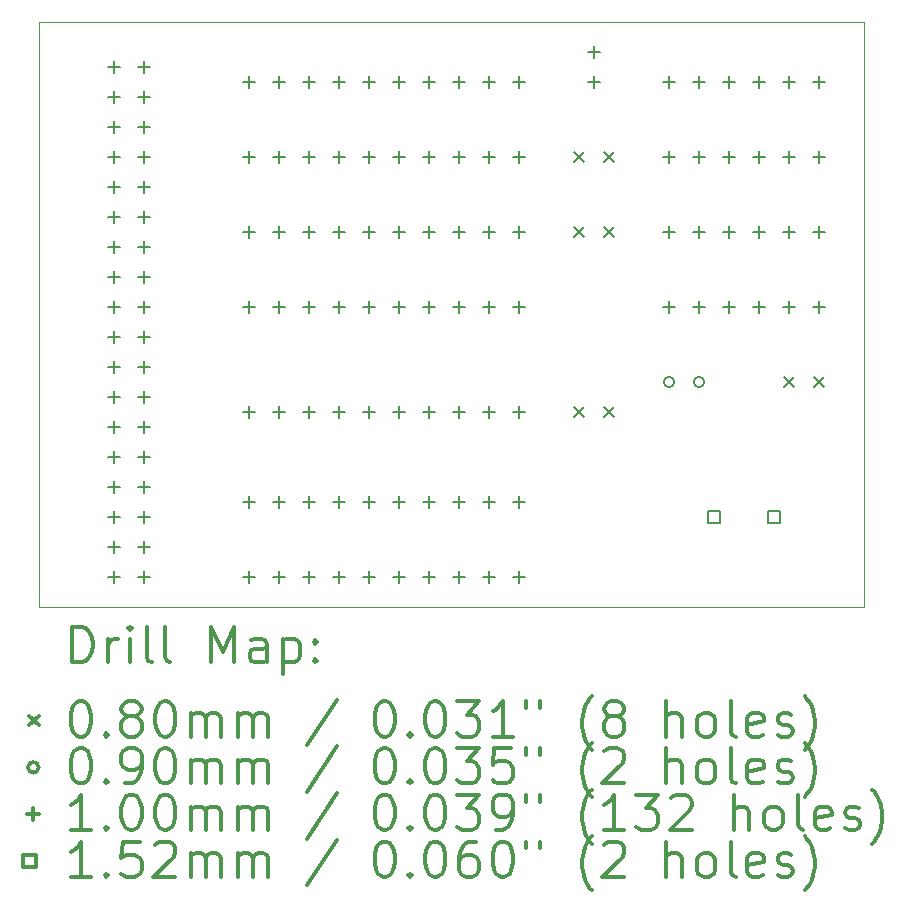
<source format=gbr>
%FSLAX45Y45*%
G04 Gerber Fmt 4.5, Leading zero omitted, Abs format (unit mm)*
G04 Created by KiCad (PCBNEW (5.1.2-1)-1) date 2019-07-02 22:52:52*
%MOMM*%
%LPD*%
G04 APERTURE LIST*
%ADD10C,0.050000*%
%ADD11C,0.200000*%
%ADD12C,0.300000*%
G04 APERTURE END LIST*
D10*
X10795000Y-2921000D02*
X3810000Y-2921000D01*
X10795000Y-7874000D02*
X10795000Y-2921000D01*
X3810000Y-7874000D02*
X10795000Y-7874000D01*
X3810000Y-2921000D02*
X3810000Y-7874000D01*
D11*
X10120000Y-5929000D02*
X10200000Y-6009000D01*
X10200000Y-5929000D02*
X10120000Y-6009000D01*
X10374000Y-5929000D02*
X10454000Y-6009000D01*
X10454000Y-5929000D02*
X10374000Y-6009000D01*
X8342000Y-4024000D02*
X8422000Y-4104000D01*
X8422000Y-4024000D02*
X8342000Y-4104000D01*
X8596000Y-4024000D02*
X8676000Y-4104000D01*
X8676000Y-4024000D02*
X8596000Y-4104000D01*
X8342000Y-6183000D02*
X8422000Y-6263000D01*
X8422000Y-6183000D02*
X8342000Y-6263000D01*
X8596000Y-6183000D02*
X8676000Y-6263000D01*
X8676000Y-6183000D02*
X8596000Y-6263000D01*
X8342000Y-4659000D02*
X8422000Y-4739000D01*
X8422000Y-4659000D02*
X8342000Y-4739000D01*
X8596000Y-4659000D02*
X8676000Y-4739000D01*
X8676000Y-4659000D02*
X8596000Y-4739000D01*
X9189000Y-5969000D02*
G75*
G03X9189000Y-5969000I-45000J0D01*
G01*
X9443000Y-5969000D02*
G75*
G03X9443000Y-5969000I-45000J0D01*
G01*
X9144000Y-5284000D02*
X9144000Y-5384000D01*
X9094000Y-5334000D02*
X9194000Y-5334000D01*
X9398000Y-5284000D02*
X9398000Y-5384000D01*
X9348000Y-5334000D02*
X9448000Y-5334000D01*
X9652000Y-5284000D02*
X9652000Y-5384000D01*
X9602000Y-5334000D02*
X9702000Y-5334000D01*
X9906000Y-5284000D02*
X9906000Y-5384000D01*
X9856000Y-5334000D02*
X9956000Y-5334000D01*
X10160000Y-5284000D02*
X10160000Y-5384000D01*
X10110000Y-5334000D02*
X10210000Y-5334000D01*
X10414000Y-5284000D02*
X10414000Y-5384000D01*
X10364000Y-5334000D02*
X10464000Y-5334000D01*
X5588000Y-3379000D02*
X5588000Y-3479000D01*
X5538000Y-3429000D02*
X5638000Y-3429000D01*
X5842000Y-3379000D02*
X5842000Y-3479000D01*
X5792000Y-3429000D02*
X5892000Y-3429000D01*
X6096000Y-3379000D02*
X6096000Y-3479000D01*
X6046000Y-3429000D02*
X6146000Y-3429000D01*
X6350000Y-3379000D02*
X6350000Y-3479000D01*
X6300000Y-3429000D02*
X6400000Y-3429000D01*
X6604000Y-3379000D02*
X6604000Y-3479000D01*
X6554000Y-3429000D02*
X6654000Y-3429000D01*
X6858000Y-3379000D02*
X6858000Y-3479000D01*
X6808000Y-3429000D02*
X6908000Y-3429000D01*
X7112000Y-3379000D02*
X7112000Y-3479000D01*
X7062000Y-3429000D02*
X7162000Y-3429000D01*
X7366000Y-3379000D02*
X7366000Y-3479000D01*
X7316000Y-3429000D02*
X7416000Y-3429000D01*
X7620000Y-3379000D02*
X7620000Y-3479000D01*
X7570000Y-3429000D02*
X7670000Y-3429000D01*
X7874000Y-3379000D02*
X7874000Y-3479000D01*
X7824000Y-3429000D02*
X7924000Y-3429000D01*
X5588000Y-6935000D02*
X5588000Y-7035000D01*
X5538000Y-6985000D02*
X5638000Y-6985000D01*
X5842000Y-6935000D02*
X5842000Y-7035000D01*
X5792000Y-6985000D02*
X5892000Y-6985000D01*
X6096000Y-6935000D02*
X6096000Y-7035000D01*
X6046000Y-6985000D02*
X6146000Y-6985000D01*
X6350000Y-6935000D02*
X6350000Y-7035000D01*
X6300000Y-6985000D02*
X6400000Y-6985000D01*
X6604000Y-6935000D02*
X6604000Y-7035000D01*
X6554000Y-6985000D02*
X6654000Y-6985000D01*
X6858000Y-6935000D02*
X6858000Y-7035000D01*
X6808000Y-6985000D02*
X6908000Y-6985000D01*
X7112000Y-6935000D02*
X7112000Y-7035000D01*
X7062000Y-6985000D02*
X7162000Y-6985000D01*
X7366000Y-6935000D02*
X7366000Y-7035000D01*
X7316000Y-6985000D02*
X7416000Y-6985000D01*
X7620000Y-6935000D02*
X7620000Y-7035000D01*
X7570000Y-6985000D02*
X7670000Y-6985000D01*
X7874000Y-6935000D02*
X7874000Y-7035000D01*
X7824000Y-6985000D02*
X7924000Y-6985000D01*
X9144000Y-4014000D02*
X9144000Y-4114000D01*
X9094000Y-4064000D02*
X9194000Y-4064000D01*
X9398000Y-4014000D02*
X9398000Y-4114000D01*
X9348000Y-4064000D02*
X9448000Y-4064000D01*
X9652000Y-4014000D02*
X9652000Y-4114000D01*
X9602000Y-4064000D02*
X9702000Y-4064000D01*
X9906000Y-4014000D02*
X9906000Y-4114000D01*
X9856000Y-4064000D02*
X9956000Y-4064000D01*
X10160000Y-4014000D02*
X10160000Y-4114000D01*
X10110000Y-4064000D02*
X10210000Y-4064000D01*
X10414000Y-4014000D02*
X10414000Y-4114000D01*
X10364000Y-4064000D02*
X10464000Y-4064000D01*
X5588000Y-5284000D02*
X5588000Y-5384000D01*
X5538000Y-5334000D02*
X5638000Y-5334000D01*
X5842000Y-5284000D02*
X5842000Y-5384000D01*
X5792000Y-5334000D02*
X5892000Y-5334000D01*
X6096000Y-5284000D02*
X6096000Y-5384000D01*
X6046000Y-5334000D02*
X6146000Y-5334000D01*
X6350000Y-5284000D02*
X6350000Y-5384000D01*
X6300000Y-5334000D02*
X6400000Y-5334000D01*
X6604000Y-5284000D02*
X6604000Y-5384000D01*
X6554000Y-5334000D02*
X6654000Y-5334000D01*
X6858000Y-5284000D02*
X6858000Y-5384000D01*
X6808000Y-5334000D02*
X6908000Y-5334000D01*
X7112000Y-5284000D02*
X7112000Y-5384000D01*
X7062000Y-5334000D02*
X7162000Y-5334000D01*
X7366000Y-5284000D02*
X7366000Y-5384000D01*
X7316000Y-5334000D02*
X7416000Y-5334000D01*
X7620000Y-5284000D02*
X7620000Y-5384000D01*
X7570000Y-5334000D02*
X7670000Y-5334000D01*
X7874000Y-5284000D02*
X7874000Y-5384000D01*
X7824000Y-5334000D02*
X7924000Y-5334000D01*
X5588000Y-4649000D02*
X5588000Y-4749000D01*
X5538000Y-4699000D02*
X5638000Y-4699000D01*
X5842000Y-4649000D02*
X5842000Y-4749000D01*
X5792000Y-4699000D02*
X5892000Y-4699000D01*
X6096000Y-4649000D02*
X6096000Y-4749000D01*
X6046000Y-4699000D02*
X6146000Y-4699000D01*
X6350000Y-4649000D02*
X6350000Y-4749000D01*
X6300000Y-4699000D02*
X6400000Y-4699000D01*
X6604000Y-4649000D02*
X6604000Y-4749000D01*
X6554000Y-4699000D02*
X6654000Y-4699000D01*
X6858000Y-4649000D02*
X6858000Y-4749000D01*
X6808000Y-4699000D02*
X6908000Y-4699000D01*
X7112000Y-4649000D02*
X7112000Y-4749000D01*
X7062000Y-4699000D02*
X7162000Y-4699000D01*
X7366000Y-4649000D02*
X7366000Y-4749000D01*
X7316000Y-4699000D02*
X7416000Y-4699000D01*
X7620000Y-4649000D02*
X7620000Y-4749000D01*
X7570000Y-4699000D02*
X7670000Y-4699000D01*
X7874000Y-4649000D02*
X7874000Y-4749000D01*
X7824000Y-4699000D02*
X7924000Y-4699000D01*
X4445000Y-3252000D02*
X4445000Y-3352000D01*
X4395000Y-3302000D02*
X4495000Y-3302000D01*
X4445000Y-3506000D02*
X4445000Y-3606000D01*
X4395000Y-3556000D02*
X4495000Y-3556000D01*
X4445000Y-3760000D02*
X4445000Y-3860000D01*
X4395000Y-3810000D02*
X4495000Y-3810000D01*
X4445000Y-4014000D02*
X4445000Y-4114000D01*
X4395000Y-4064000D02*
X4495000Y-4064000D01*
X4445000Y-4268000D02*
X4445000Y-4368000D01*
X4395000Y-4318000D02*
X4495000Y-4318000D01*
X4445000Y-4522000D02*
X4445000Y-4622000D01*
X4395000Y-4572000D02*
X4495000Y-4572000D01*
X4445000Y-4776000D02*
X4445000Y-4876000D01*
X4395000Y-4826000D02*
X4495000Y-4826000D01*
X4445000Y-5030000D02*
X4445000Y-5130000D01*
X4395000Y-5080000D02*
X4495000Y-5080000D01*
X4445000Y-5284000D02*
X4445000Y-5384000D01*
X4395000Y-5334000D02*
X4495000Y-5334000D01*
X4445000Y-5538000D02*
X4445000Y-5638000D01*
X4395000Y-5588000D02*
X4495000Y-5588000D01*
X4445000Y-5792000D02*
X4445000Y-5892000D01*
X4395000Y-5842000D02*
X4495000Y-5842000D01*
X4445000Y-6046000D02*
X4445000Y-6146000D01*
X4395000Y-6096000D02*
X4495000Y-6096000D01*
X4445000Y-6300000D02*
X4445000Y-6400000D01*
X4395000Y-6350000D02*
X4495000Y-6350000D01*
X4445000Y-6554000D02*
X4445000Y-6654000D01*
X4395000Y-6604000D02*
X4495000Y-6604000D01*
X4445000Y-6808000D02*
X4445000Y-6908000D01*
X4395000Y-6858000D02*
X4495000Y-6858000D01*
X4445000Y-7062000D02*
X4445000Y-7162000D01*
X4395000Y-7112000D02*
X4495000Y-7112000D01*
X4445000Y-7316000D02*
X4445000Y-7416000D01*
X4395000Y-7366000D02*
X4495000Y-7366000D01*
X4445000Y-7570000D02*
X4445000Y-7670000D01*
X4395000Y-7620000D02*
X4495000Y-7620000D01*
X4699000Y-3252000D02*
X4699000Y-3352000D01*
X4649000Y-3302000D02*
X4749000Y-3302000D01*
X4699000Y-3506000D02*
X4699000Y-3606000D01*
X4649000Y-3556000D02*
X4749000Y-3556000D01*
X4699000Y-3760000D02*
X4699000Y-3860000D01*
X4649000Y-3810000D02*
X4749000Y-3810000D01*
X4699000Y-4014000D02*
X4699000Y-4114000D01*
X4649000Y-4064000D02*
X4749000Y-4064000D01*
X4699000Y-4268000D02*
X4699000Y-4368000D01*
X4649000Y-4318000D02*
X4749000Y-4318000D01*
X4699000Y-4522000D02*
X4699000Y-4622000D01*
X4649000Y-4572000D02*
X4749000Y-4572000D01*
X4699000Y-4776000D02*
X4699000Y-4876000D01*
X4649000Y-4826000D02*
X4749000Y-4826000D01*
X4699000Y-5030000D02*
X4699000Y-5130000D01*
X4649000Y-5080000D02*
X4749000Y-5080000D01*
X4699000Y-5284000D02*
X4699000Y-5384000D01*
X4649000Y-5334000D02*
X4749000Y-5334000D01*
X4699000Y-5538000D02*
X4699000Y-5638000D01*
X4649000Y-5588000D02*
X4749000Y-5588000D01*
X4699000Y-5792000D02*
X4699000Y-5892000D01*
X4649000Y-5842000D02*
X4749000Y-5842000D01*
X4699000Y-6046000D02*
X4699000Y-6146000D01*
X4649000Y-6096000D02*
X4749000Y-6096000D01*
X4699000Y-6300000D02*
X4699000Y-6400000D01*
X4649000Y-6350000D02*
X4749000Y-6350000D01*
X4699000Y-6554000D02*
X4699000Y-6654000D01*
X4649000Y-6604000D02*
X4749000Y-6604000D01*
X4699000Y-6808000D02*
X4699000Y-6908000D01*
X4649000Y-6858000D02*
X4749000Y-6858000D01*
X4699000Y-7062000D02*
X4699000Y-7162000D01*
X4649000Y-7112000D02*
X4749000Y-7112000D01*
X4699000Y-7316000D02*
X4699000Y-7416000D01*
X4649000Y-7366000D02*
X4749000Y-7366000D01*
X4699000Y-7570000D02*
X4699000Y-7670000D01*
X4649000Y-7620000D02*
X4749000Y-7620000D01*
X9144000Y-3379000D02*
X9144000Y-3479000D01*
X9094000Y-3429000D02*
X9194000Y-3429000D01*
X9398000Y-3379000D02*
X9398000Y-3479000D01*
X9348000Y-3429000D02*
X9448000Y-3429000D01*
X9652000Y-3379000D02*
X9652000Y-3479000D01*
X9602000Y-3429000D02*
X9702000Y-3429000D01*
X9906000Y-3379000D02*
X9906000Y-3479000D01*
X9856000Y-3429000D02*
X9956000Y-3429000D01*
X10160000Y-3379000D02*
X10160000Y-3479000D01*
X10110000Y-3429000D02*
X10210000Y-3429000D01*
X10414000Y-3379000D02*
X10414000Y-3479000D01*
X10364000Y-3429000D02*
X10464000Y-3429000D01*
X5588000Y-6173000D02*
X5588000Y-6273000D01*
X5538000Y-6223000D02*
X5638000Y-6223000D01*
X5842000Y-6173000D02*
X5842000Y-6273000D01*
X5792000Y-6223000D02*
X5892000Y-6223000D01*
X6096000Y-6173000D02*
X6096000Y-6273000D01*
X6046000Y-6223000D02*
X6146000Y-6223000D01*
X6350000Y-6173000D02*
X6350000Y-6273000D01*
X6300000Y-6223000D02*
X6400000Y-6223000D01*
X6604000Y-6173000D02*
X6604000Y-6273000D01*
X6554000Y-6223000D02*
X6654000Y-6223000D01*
X6858000Y-6173000D02*
X6858000Y-6273000D01*
X6808000Y-6223000D02*
X6908000Y-6223000D01*
X7112000Y-6173000D02*
X7112000Y-6273000D01*
X7062000Y-6223000D02*
X7162000Y-6223000D01*
X7366000Y-6173000D02*
X7366000Y-6273000D01*
X7316000Y-6223000D02*
X7416000Y-6223000D01*
X7620000Y-6173000D02*
X7620000Y-6273000D01*
X7570000Y-6223000D02*
X7670000Y-6223000D01*
X7874000Y-6173000D02*
X7874000Y-6273000D01*
X7824000Y-6223000D02*
X7924000Y-6223000D01*
X5588000Y-4014000D02*
X5588000Y-4114000D01*
X5538000Y-4064000D02*
X5638000Y-4064000D01*
X5842000Y-4014000D02*
X5842000Y-4114000D01*
X5792000Y-4064000D02*
X5892000Y-4064000D01*
X6096000Y-4014000D02*
X6096000Y-4114000D01*
X6046000Y-4064000D02*
X6146000Y-4064000D01*
X6350000Y-4014000D02*
X6350000Y-4114000D01*
X6300000Y-4064000D02*
X6400000Y-4064000D01*
X6604000Y-4014000D02*
X6604000Y-4114000D01*
X6554000Y-4064000D02*
X6654000Y-4064000D01*
X6858000Y-4014000D02*
X6858000Y-4114000D01*
X6808000Y-4064000D02*
X6908000Y-4064000D01*
X7112000Y-4014000D02*
X7112000Y-4114000D01*
X7062000Y-4064000D02*
X7162000Y-4064000D01*
X7366000Y-4014000D02*
X7366000Y-4114000D01*
X7316000Y-4064000D02*
X7416000Y-4064000D01*
X7620000Y-4014000D02*
X7620000Y-4114000D01*
X7570000Y-4064000D02*
X7670000Y-4064000D01*
X7874000Y-4014000D02*
X7874000Y-4114000D01*
X7824000Y-4064000D02*
X7924000Y-4064000D01*
X5588000Y-7570000D02*
X5588000Y-7670000D01*
X5538000Y-7620000D02*
X5638000Y-7620000D01*
X5842000Y-7570000D02*
X5842000Y-7670000D01*
X5792000Y-7620000D02*
X5892000Y-7620000D01*
X6096000Y-7570000D02*
X6096000Y-7670000D01*
X6046000Y-7620000D02*
X6146000Y-7620000D01*
X6350000Y-7570000D02*
X6350000Y-7670000D01*
X6300000Y-7620000D02*
X6400000Y-7620000D01*
X6604000Y-7570000D02*
X6604000Y-7670000D01*
X6554000Y-7620000D02*
X6654000Y-7620000D01*
X6858000Y-7570000D02*
X6858000Y-7670000D01*
X6808000Y-7620000D02*
X6908000Y-7620000D01*
X7112000Y-7570000D02*
X7112000Y-7670000D01*
X7062000Y-7620000D02*
X7162000Y-7620000D01*
X7366000Y-7570000D02*
X7366000Y-7670000D01*
X7316000Y-7620000D02*
X7416000Y-7620000D01*
X7620000Y-7570000D02*
X7620000Y-7670000D01*
X7570000Y-7620000D02*
X7670000Y-7620000D01*
X7874000Y-7570000D02*
X7874000Y-7670000D01*
X7824000Y-7620000D02*
X7924000Y-7620000D01*
X9144000Y-4649000D02*
X9144000Y-4749000D01*
X9094000Y-4699000D02*
X9194000Y-4699000D01*
X9398000Y-4649000D02*
X9398000Y-4749000D01*
X9348000Y-4699000D02*
X9448000Y-4699000D01*
X9652000Y-4649000D02*
X9652000Y-4749000D01*
X9602000Y-4699000D02*
X9702000Y-4699000D01*
X9906000Y-4649000D02*
X9906000Y-4749000D01*
X9856000Y-4699000D02*
X9956000Y-4699000D01*
X10160000Y-4649000D02*
X10160000Y-4749000D01*
X10110000Y-4699000D02*
X10210000Y-4699000D01*
X10414000Y-4649000D02*
X10414000Y-4749000D01*
X10364000Y-4699000D02*
X10464000Y-4699000D01*
X8509000Y-3125000D02*
X8509000Y-3225000D01*
X8459000Y-3175000D02*
X8559000Y-3175000D01*
X8509000Y-3379000D02*
X8509000Y-3479000D01*
X8459000Y-3429000D02*
X8559000Y-3429000D01*
X9578741Y-7165741D02*
X9578741Y-7058259D01*
X9471259Y-7058259D01*
X9471259Y-7165741D01*
X9578741Y-7165741D01*
X10086741Y-7165741D02*
X10086741Y-7058259D01*
X9979259Y-7058259D01*
X9979259Y-7165741D01*
X10086741Y-7165741D01*
D12*
X4093928Y-8342214D02*
X4093928Y-8042214D01*
X4165357Y-8042214D01*
X4208214Y-8056500D01*
X4236786Y-8085071D01*
X4251071Y-8113643D01*
X4265357Y-8170786D01*
X4265357Y-8213643D01*
X4251071Y-8270786D01*
X4236786Y-8299357D01*
X4208214Y-8327929D01*
X4165357Y-8342214D01*
X4093928Y-8342214D01*
X4393928Y-8342214D02*
X4393928Y-8142214D01*
X4393928Y-8199357D02*
X4408214Y-8170786D01*
X4422500Y-8156500D01*
X4451071Y-8142214D01*
X4479643Y-8142214D01*
X4579643Y-8342214D02*
X4579643Y-8142214D01*
X4579643Y-8042214D02*
X4565357Y-8056500D01*
X4579643Y-8070786D01*
X4593928Y-8056500D01*
X4579643Y-8042214D01*
X4579643Y-8070786D01*
X4765357Y-8342214D02*
X4736786Y-8327929D01*
X4722500Y-8299357D01*
X4722500Y-8042214D01*
X4922500Y-8342214D02*
X4893928Y-8327929D01*
X4879643Y-8299357D01*
X4879643Y-8042214D01*
X5265357Y-8342214D02*
X5265357Y-8042214D01*
X5365357Y-8256500D01*
X5465357Y-8042214D01*
X5465357Y-8342214D01*
X5736786Y-8342214D02*
X5736786Y-8185071D01*
X5722500Y-8156500D01*
X5693928Y-8142214D01*
X5636786Y-8142214D01*
X5608214Y-8156500D01*
X5736786Y-8327929D02*
X5708214Y-8342214D01*
X5636786Y-8342214D01*
X5608214Y-8327929D01*
X5593928Y-8299357D01*
X5593928Y-8270786D01*
X5608214Y-8242214D01*
X5636786Y-8227929D01*
X5708214Y-8227929D01*
X5736786Y-8213643D01*
X5879643Y-8142214D02*
X5879643Y-8442214D01*
X5879643Y-8156500D02*
X5908214Y-8142214D01*
X5965357Y-8142214D01*
X5993928Y-8156500D01*
X6008214Y-8170786D01*
X6022500Y-8199357D01*
X6022500Y-8285071D01*
X6008214Y-8313643D01*
X5993928Y-8327929D01*
X5965357Y-8342214D01*
X5908214Y-8342214D01*
X5879643Y-8327929D01*
X6151071Y-8313643D02*
X6165357Y-8327929D01*
X6151071Y-8342214D01*
X6136786Y-8327929D01*
X6151071Y-8313643D01*
X6151071Y-8342214D01*
X6151071Y-8156500D02*
X6165357Y-8170786D01*
X6151071Y-8185071D01*
X6136786Y-8170786D01*
X6151071Y-8156500D01*
X6151071Y-8185071D01*
X3727500Y-8796500D02*
X3807500Y-8876500D01*
X3807500Y-8796500D02*
X3727500Y-8876500D01*
X4151071Y-8672214D02*
X4179643Y-8672214D01*
X4208214Y-8686500D01*
X4222500Y-8700786D01*
X4236786Y-8729357D01*
X4251071Y-8786500D01*
X4251071Y-8857929D01*
X4236786Y-8915072D01*
X4222500Y-8943643D01*
X4208214Y-8957929D01*
X4179643Y-8972214D01*
X4151071Y-8972214D01*
X4122500Y-8957929D01*
X4108214Y-8943643D01*
X4093928Y-8915072D01*
X4079643Y-8857929D01*
X4079643Y-8786500D01*
X4093928Y-8729357D01*
X4108214Y-8700786D01*
X4122500Y-8686500D01*
X4151071Y-8672214D01*
X4379643Y-8943643D02*
X4393928Y-8957929D01*
X4379643Y-8972214D01*
X4365357Y-8957929D01*
X4379643Y-8943643D01*
X4379643Y-8972214D01*
X4565357Y-8800786D02*
X4536786Y-8786500D01*
X4522500Y-8772214D01*
X4508214Y-8743643D01*
X4508214Y-8729357D01*
X4522500Y-8700786D01*
X4536786Y-8686500D01*
X4565357Y-8672214D01*
X4622500Y-8672214D01*
X4651071Y-8686500D01*
X4665357Y-8700786D01*
X4679643Y-8729357D01*
X4679643Y-8743643D01*
X4665357Y-8772214D01*
X4651071Y-8786500D01*
X4622500Y-8800786D01*
X4565357Y-8800786D01*
X4536786Y-8815072D01*
X4522500Y-8829357D01*
X4508214Y-8857929D01*
X4508214Y-8915072D01*
X4522500Y-8943643D01*
X4536786Y-8957929D01*
X4565357Y-8972214D01*
X4622500Y-8972214D01*
X4651071Y-8957929D01*
X4665357Y-8943643D01*
X4679643Y-8915072D01*
X4679643Y-8857929D01*
X4665357Y-8829357D01*
X4651071Y-8815072D01*
X4622500Y-8800786D01*
X4865357Y-8672214D02*
X4893928Y-8672214D01*
X4922500Y-8686500D01*
X4936786Y-8700786D01*
X4951071Y-8729357D01*
X4965357Y-8786500D01*
X4965357Y-8857929D01*
X4951071Y-8915072D01*
X4936786Y-8943643D01*
X4922500Y-8957929D01*
X4893928Y-8972214D01*
X4865357Y-8972214D01*
X4836786Y-8957929D01*
X4822500Y-8943643D01*
X4808214Y-8915072D01*
X4793928Y-8857929D01*
X4793928Y-8786500D01*
X4808214Y-8729357D01*
X4822500Y-8700786D01*
X4836786Y-8686500D01*
X4865357Y-8672214D01*
X5093928Y-8972214D02*
X5093928Y-8772214D01*
X5093928Y-8800786D02*
X5108214Y-8786500D01*
X5136786Y-8772214D01*
X5179643Y-8772214D01*
X5208214Y-8786500D01*
X5222500Y-8815072D01*
X5222500Y-8972214D01*
X5222500Y-8815072D02*
X5236786Y-8786500D01*
X5265357Y-8772214D01*
X5308214Y-8772214D01*
X5336786Y-8786500D01*
X5351071Y-8815072D01*
X5351071Y-8972214D01*
X5493928Y-8972214D02*
X5493928Y-8772214D01*
X5493928Y-8800786D02*
X5508214Y-8786500D01*
X5536786Y-8772214D01*
X5579643Y-8772214D01*
X5608214Y-8786500D01*
X5622500Y-8815072D01*
X5622500Y-8972214D01*
X5622500Y-8815072D02*
X5636786Y-8786500D01*
X5665357Y-8772214D01*
X5708214Y-8772214D01*
X5736786Y-8786500D01*
X5751071Y-8815072D01*
X5751071Y-8972214D01*
X6336786Y-8657929D02*
X6079643Y-9043643D01*
X6722500Y-8672214D02*
X6751071Y-8672214D01*
X6779643Y-8686500D01*
X6793928Y-8700786D01*
X6808214Y-8729357D01*
X6822500Y-8786500D01*
X6822500Y-8857929D01*
X6808214Y-8915072D01*
X6793928Y-8943643D01*
X6779643Y-8957929D01*
X6751071Y-8972214D01*
X6722500Y-8972214D01*
X6693928Y-8957929D01*
X6679643Y-8943643D01*
X6665357Y-8915072D01*
X6651071Y-8857929D01*
X6651071Y-8786500D01*
X6665357Y-8729357D01*
X6679643Y-8700786D01*
X6693928Y-8686500D01*
X6722500Y-8672214D01*
X6951071Y-8943643D02*
X6965357Y-8957929D01*
X6951071Y-8972214D01*
X6936786Y-8957929D01*
X6951071Y-8943643D01*
X6951071Y-8972214D01*
X7151071Y-8672214D02*
X7179643Y-8672214D01*
X7208214Y-8686500D01*
X7222500Y-8700786D01*
X7236786Y-8729357D01*
X7251071Y-8786500D01*
X7251071Y-8857929D01*
X7236786Y-8915072D01*
X7222500Y-8943643D01*
X7208214Y-8957929D01*
X7179643Y-8972214D01*
X7151071Y-8972214D01*
X7122500Y-8957929D01*
X7108214Y-8943643D01*
X7093928Y-8915072D01*
X7079643Y-8857929D01*
X7079643Y-8786500D01*
X7093928Y-8729357D01*
X7108214Y-8700786D01*
X7122500Y-8686500D01*
X7151071Y-8672214D01*
X7351071Y-8672214D02*
X7536786Y-8672214D01*
X7436786Y-8786500D01*
X7479643Y-8786500D01*
X7508214Y-8800786D01*
X7522500Y-8815072D01*
X7536786Y-8843643D01*
X7536786Y-8915072D01*
X7522500Y-8943643D01*
X7508214Y-8957929D01*
X7479643Y-8972214D01*
X7393928Y-8972214D01*
X7365357Y-8957929D01*
X7351071Y-8943643D01*
X7822500Y-8972214D02*
X7651071Y-8972214D01*
X7736786Y-8972214D02*
X7736786Y-8672214D01*
X7708214Y-8715072D01*
X7679643Y-8743643D01*
X7651071Y-8757929D01*
X7936786Y-8672214D02*
X7936786Y-8729357D01*
X8051071Y-8672214D02*
X8051071Y-8729357D01*
X8493928Y-9086500D02*
X8479643Y-9072214D01*
X8451071Y-9029357D01*
X8436786Y-9000786D01*
X8422500Y-8957929D01*
X8408214Y-8886500D01*
X8408214Y-8829357D01*
X8422500Y-8757929D01*
X8436786Y-8715072D01*
X8451071Y-8686500D01*
X8479643Y-8643643D01*
X8493928Y-8629357D01*
X8651071Y-8800786D02*
X8622500Y-8786500D01*
X8608214Y-8772214D01*
X8593928Y-8743643D01*
X8593928Y-8729357D01*
X8608214Y-8700786D01*
X8622500Y-8686500D01*
X8651071Y-8672214D01*
X8708214Y-8672214D01*
X8736786Y-8686500D01*
X8751071Y-8700786D01*
X8765357Y-8729357D01*
X8765357Y-8743643D01*
X8751071Y-8772214D01*
X8736786Y-8786500D01*
X8708214Y-8800786D01*
X8651071Y-8800786D01*
X8622500Y-8815072D01*
X8608214Y-8829357D01*
X8593928Y-8857929D01*
X8593928Y-8915072D01*
X8608214Y-8943643D01*
X8622500Y-8957929D01*
X8651071Y-8972214D01*
X8708214Y-8972214D01*
X8736786Y-8957929D01*
X8751071Y-8943643D01*
X8765357Y-8915072D01*
X8765357Y-8857929D01*
X8751071Y-8829357D01*
X8736786Y-8815072D01*
X8708214Y-8800786D01*
X9122500Y-8972214D02*
X9122500Y-8672214D01*
X9251071Y-8972214D02*
X9251071Y-8815072D01*
X9236786Y-8786500D01*
X9208214Y-8772214D01*
X9165357Y-8772214D01*
X9136786Y-8786500D01*
X9122500Y-8800786D01*
X9436786Y-8972214D02*
X9408214Y-8957929D01*
X9393928Y-8943643D01*
X9379643Y-8915072D01*
X9379643Y-8829357D01*
X9393928Y-8800786D01*
X9408214Y-8786500D01*
X9436786Y-8772214D01*
X9479643Y-8772214D01*
X9508214Y-8786500D01*
X9522500Y-8800786D01*
X9536786Y-8829357D01*
X9536786Y-8915072D01*
X9522500Y-8943643D01*
X9508214Y-8957929D01*
X9479643Y-8972214D01*
X9436786Y-8972214D01*
X9708214Y-8972214D02*
X9679643Y-8957929D01*
X9665357Y-8929357D01*
X9665357Y-8672214D01*
X9936786Y-8957929D02*
X9908214Y-8972214D01*
X9851071Y-8972214D01*
X9822500Y-8957929D01*
X9808214Y-8929357D01*
X9808214Y-8815072D01*
X9822500Y-8786500D01*
X9851071Y-8772214D01*
X9908214Y-8772214D01*
X9936786Y-8786500D01*
X9951071Y-8815072D01*
X9951071Y-8843643D01*
X9808214Y-8872214D01*
X10065357Y-8957929D02*
X10093928Y-8972214D01*
X10151071Y-8972214D01*
X10179643Y-8957929D01*
X10193928Y-8929357D01*
X10193928Y-8915072D01*
X10179643Y-8886500D01*
X10151071Y-8872214D01*
X10108214Y-8872214D01*
X10079643Y-8857929D01*
X10065357Y-8829357D01*
X10065357Y-8815072D01*
X10079643Y-8786500D01*
X10108214Y-8772214D01*
X10151071Y-8772214D01*
X10179643Y-8786500D01*
X10293928Y-9086500D02*
X10308214Y-9072214D01*
X10336786Y-9029357D01*
X10351071Y-9000786D01*
X10365357Y-8957929D01*
X10379643Y-8886500D01*
X10379643Y-8829357D01*
X10365357Y-8757929D01*
X10351071Y-8715072D01*
X10336786Y-8686500D01*
X10308214Y-8643643D01*
X10293928Y-8629357D01*
X3807500Y-9232500D02*
G75*
G03X3807500Y-9232500I-45000J0D01*
G01*
X4151071Y-9068214D02*
X4179643Y-9068214D01*
X4208214Y-9082500D01*
X4222500Y-9096786D01*
X4236786Y-9125357D01*
X4251071Y-9182500D01*
X4251071Y-9253929D01*
X4236786Y-9311072D01*
X4222500Y-9339643D01*
X4208214Y-9353929D01*
X4179643Y-9368214D01*
X4151071Y-9368214D01*
X4122500Y-9353929D01*
X4108214Y-9339643D01*
X4093928Y-9311072D01*
X4079643Y-9253929D01*
X4079643Y-9182500D01*
X4093928Y-9125357D01*
X4108214Y-9096786D01*
X4122500Y-9082500D01*
X4151071Y-9068214D01*
X4379643Y-9339643D02*
X4393928Y-9353929D01*
X4379643Y-9368214D01*
X4365357Y-9353929D01*
X4379643Y-9339643D01*
X4379643Y-9368214D01*
X4536786Y-9368214D02*
X4593928Y-9368214D01*
X4622500Y-9353929D01*
X4636786Y-9339643D01*
X4665357Y-9296786D01*
X4679643Y-9239643D01*
X4679643Y-9125357D01*
X4665357Y-9096786D01*
X4651071Y-9082500D01*
X4622500Y-9068214D01*
X4565357Y-9068214D01*
X4536786Y-9082500D01*
X4522500Y-9096786D01*
X4508214Y-9125357D01*
X4508214Y-9196786D01*
X4522500Y-9225357D01*
X4536786Y-9239643D01*
X4565357Y-9253929D01*
X4622500Y-9253929D01*
X4651071Y-9239643D01*
X4665357Y-9225357D01*
X4679643Y-9196786D01*
X4865357Y-9068214D02*
X4893928Y-9068214D01*
X4922500Y-9082500D01*
X4936786Y-9096786D01*
X4951071Y-9125357D01*
X4965357Y-9182500D01*
X4965357Y-9253929D01*
X4951071Y-9311072D01*
X4936786Y-9339643D01*
X4922500Y-9353929D01*
X4893928Y-9368214D01*
X4865357Y-9368214D01*
X4836786Y-9353929D01*
X4822500Y-9339643D01*
X4808214Y-9311072D01*
X4793928Y-9253929D01*
X4793928Y-9182500D01*
X4808214Y-9125357D01*
X4822500Y-9096786D01*
X4836786Y-9082500D01*
X4865357Y-9068214D01*
X5093928Y-9368214D02*
X5093928Y-9168214D01*
X5093928Y-9196786D02*
X5108214Y-9182500D01*
X5136786Y-9168214D01*
X5179643Y-9168214D01*
X5208214Y-9182500D01*
X5222500Y-9211072D01*
X5222500Y-9368214D01*
X5222500Y-9211072D02*
X5236786Y-9182500D01*
X5265357Y-9168214D01*
X5308214Y-9168214D01*
X5336786Y-9182500D01*
X5351071Y-9211072D01*
X5351071Y-9368214D01*
X5493928Y-9368214D02*
X5493928Y-9168214D01*
X5493928Y-9196786D02*
X5508214Y-9182500D01*
X5536786Y-9168214D01*
X5579643Y-9168214D01*
X5608214Y-9182500D01*
X5622500Y-9211072D01*
X5622500Y-9368214D01*
X5622500Y-9211072D02*
X5636786Y-9182500D01*
X5665357Y-9168214D01*
X5708214Y-9168214D01*
X5736786Y-9182500D01*
X5751071Y-9211072D01*
X5751071Y-9368214D01*
X6336786Y-9053929D02*
X6079643Y-9439643D01*
X6722500Y-9068214D02*
X6751071Y-9068214D01*
X6779643Y-9082500D01*
X6793928Y-9096786D01*
X6808214Y-9125357D01*
X6822500Y-9182500D01*
X6822500Y-9253929D01*
X6808214Y-9311072D01*
X6793928Y-9339643D01*
X6779643Y-9353929D01*
X6751071Y-9368214D01*
X6722500Y-9368214D01*
X6693928Y-9353929D01*
X6679643Y-9339643D01*
X6665357Y-9311072D01*
X6651071Y-9253929D01*
X6651071Y-9182500D01*
X6665357Y-9125357D01*
X6679643Y-9096786D01*
X6693928Y-9082500D01*
X6722500Y-9068214D01*
X6951071Y-9339643D02*
X6965357Y-9353929D01*
X6951071Y-9368214D01*
X6936786Y-9353929D01*
X6951071Y-9339643D01*
X6951071Y-9368214D01*
X7151071Y-9068214D02*
X7179643Y-9068214D01*
X7208214Y-9082500D01*
X7222500Y-9096786D01*
X7236786Y-9125357D01*
X7251071Y-9182500D01*
X7251071Y-9253929D01*
X7236786Y-9311072D01*
X7222500Y-9339643D01*
X7208214Y-9353929D01*
X7179643Y-9368214D01*
X7151071Y-9368214D01*
X7122500Y-9353929D01*
X7108214Y-9339643D01*
X7093928Y-9311072D01*
X7079643Y-9253929D01*
X7079643Y-9182500D01*
X7093928Y-9125357D01*
X7108214Y-9096786D01*
X7122500Y-9082500D01*
X7151071Y-9068214D01*
X7351071Y-9068214D02*
X7536786Y-9068214D01*
X7436786Y-9182500D01*
X7479643Y-9182500D01*
X7508214Y-9196786D01*
X7522500Y-9211072D01*
X7536786Y-9239643D01*
X7536786Y-9311072D01*
X7522500Y-9339643D01*
X7508214Y-9353929D01*
X7479643Y-9368214D01*
X7393928Y-9368214D01*
X7365357Y-9353929D01*
X7351071Y-9339643D01*
X7808214Y-9068214D02*
X7665357Y-9068214D01*
X7651071Y-9211072D01*
X7665357Y-9196786D01*
X7693928Y-9182500D01*
X7765357Y-9182500D01*
X7793928Y-9196786D01*
X7808214Y-9211072D01*
X7822500Y-9239643D01*
X7822500Y-9311072D01*
X7808214Y-9339643D01*
X7793928Y-9353929D01*
X7765357Y-9368214D01*
X7693928Y-9368214D01*
X7665357Y-9353929D01*
X7651071Y-9339643D01*
X7936786Y-9068214D02*
X7936786Y-9125357D01*
X8051071Y-9068214D02*
X8051071Y-9125357D01*
X8493928Y-9482500D02*
X8479643Y-9468214D01*
X8451071Y-9425357D01*
X8436786Y-9396786D01*
X8422500Y-9353929D01*
X8408214Y-9282500D01*
X8408214Y-9225357D01*
X8422500Y-9153929D01*
X8436786Y-9111072D01*
X8451071Y-9082500D01*
X8479643Y-9039643D01*
X8493928Y-9025357D01*
X8593928Y-9096786D02*
X8608214Y-9082500D01*
X8636786Y-9068214D01*
X8708214Y-9068214D01*
X8736786Y-9082500D01*
X8751071Y-9096786D01*
X8765357Y-9125357D01*
X8765357Y-9153929D01*
X8751071Y-9196786D01*
X8579643Y-9368214D01*
X8765357Y-9368214D01*
X9122500Y-9368214D02*
X9122500Y-9068214D01*
X9251071Y-9368214D02*
X9251071Y-9211072D01*
X9236786Y-9182500D01*
X9208214Y-9168214D01*
X9165357Y-9168214D01*
X9136786Y-9182500D01*
X9122500Y-9196786D01*
X9436786Y-9368214D02*
X9408214Y-9353929D01*
X9393928Y-9339643D01*
X9379643Y-9311072D01*
X9379643Y-9225357D01*
X9393928Y-9196786D01*
X9408214Y-9182500D01*
X9436786Y-9168214D01*
X9479643Y-9168214D01*
X9508214Y-9182500D01*
X9522500Y-9196786D01*
X9536786Y-9225357D01*
X9536786Y-9311072D01*
X9522500Y-9339643D01*
X9508214Y-9353929D01*
X9479643Y-9368214D01*
X9436786Y-9368214D01*
X9708214Y-9368214D02*
X9679643Y-9353929D01*
X9665357Y-9325357D01*
X9665357Y-9068214D01*
X9936786Y-9353929D02*
X9908214Y-9368214D01*
X9851071Y-9368214D01*
X9822500Y-9353929D01*
X9808214Y-9325357D01*
X9808214Y-9211072D01*
X9822500Y-9182500D01*
X9851071Y-9168214D01*
X9908214Y-9168214D01*
X9936786Y-9182500D01*
X9951071Y-9211072D01*
X9951071Y-9239643D01*
X9808214Y-9268214D01*
X10065357Y-9353929D02*
X10093928Y-9368214D01*
X10151071Y-9368214D01*
X10179643Y-9353929D01*
X10193928Y-9325357D01*
X10193928Y-9311072D01*
X10179643Y-9282500D01*
X10151071Y-9268214D01*
X10108214Y-9268214D01*
X10079643Y-9253929D01*
X10065357Y-9225357D01*
X10065357Y-9211072D01*
X10079643Y-9182500D01*
X10108214Y-9168214D01*
X10151071Y-9168214D01*
X10179643Y-9182500D01*
X10293928Y-9482500D02*
X10308214Y-9468214D01*
X10336786Y-9425357D01*
X10351071Y-9396786D01*
X10365357Y-9353929D01*
X10379643Y-9282500D01*
X10379643Y-9225357D01*
X10365357Y-9153929D01*
X10351071Y-9111072D01*
X10336786Y-9082500D01*
X10308214Y-9039643D01*
X10293928Y-9025357D01*
X3757500Y-9578500D02*
X3757500Y-9678500D01*
X3707500Y-9628500D02*
X3807500Y-9628500D01*
X4251071Y-9764214D02*
X4079643Y-9764214D01*
X4165357Y-9764214D02*
X4165357Y-9464214D01*
X4136786Y-9507072D01*
X4108214Y-9535643D01*
X4079643Y-9549929D01*
X4379643Y-9735643D02*
X4393928Y-9749929D01*
X4379643Y-9764214D01*
X4365357Y-9749929D01*
X4379643Y-9735643D01*
X4379643Y-9764214D01*
X4579643Y-9464214D02*
X4608214Y-9464214D01*
X4636786Y-9478500D01*
X4651071Y-9492786D01*
X4665357Y-9521357D01*
X4679643Y-9578500D01*
X4679643Y-9649929D01*
X4665357Y-9707072D01*
X4651071Y-9735643D01*
X4636786Y-9749929D01*
X4608214Y-9764214D01*
X4579643Y-9764214D01*
X4551071Y-9749929D01*
X4536786Y-9735643D01*
X4522500Y-9707072D01*
X4508214Y-9649929D01*
X4508214Y-9578500D01*
X4522500Y-9521357D01*
X4536786Y-9492786D01*
X4551071Y-9478500D01*
X4579643Y-9464214D01*
X4865357Y-9464214D02*
X4893928Y-9464214D01*
X4922500Y-9478500D01*
X4936786Y-9492786D01*
X4951071Y-9521357D01*
X4965357Y-9578500D01*
X4965357Y-9649929D01*
X4951071Y-9707072D01*
X4936786Y-9735643D01*
X4922500Y-9749929D01*
X4893928Y-9764214D01*
X4865357Y-9764214D01*
X4836786Y-9749929D01*
X4822500Y-9735643D01*
X4808214Y-9707072D01*
X4793928Y-9649929D01*
X4793928Y-9578500D01*
X4808214Y-9521357D01*
X4822500Y-9492786D01*
X4836786Y-9478500D01*
X4865357Y-9464214D01*
X5093928Y-9764214D02*
X5093928Y-9564214D01*
X5093928Y-9592786D02*
X5108214Y-9578500D01*
X5136786Y-9564214D01*
X5179643Y-9564214D01*
X5208214Y-9578500D01*
X5222500Y-9607072D01*
X5222500Y-9764214D01*
X5222500Y-9607072D02*
X5236786Y-9578500D01*
X5265357Y-9564214D01*
X5308214Y-9564214D01*
X5336786Y-9578500D01*
X5351071Y-9607072D01*
X5351071Y-9764214D01*
X5493928Y-9764214D02*
X5493928Y-9564214D01*
X5493928Y-9592786D02*
X5508214Y-9578500D01*
X5536786Y-9564214D01*
X5579643Y-9564214D01*
X5608214Y-9578500D01*
X5622500Y-9607072D01*
X5622500Y-9764214D01*
X5622500Y-9607072D02*
X5636786Y-9578500D01*
X5665357Y-9564214D01*
X5708214Y-9564214D01*
X5736786Y-9578500D01*
X5751071Y-9607072D01*
X5751071Y-9764214D01*
X6336786Y-9449929D02*
X6079643Y-9835643D01*
X6722500Y-9464214D02*
X6751071Y-9464214D01*
X6779643Y-9478500D01*
X6793928Y-9492786D01*
X6808214Y-9521357D01*
X6822500Y-9578500D01*
X6822500Y-9649929D01*
X6808214Y-9707072D01*
X6793928Y-9735643D01*
X6779643Y-9749929D01*
X6751071Y-9764214D01*
X6722500Y-9764214D01*
X6693928Y-9749929D01*
X6679643Y-9735643D01*
X6665357Y-9707072D01*
X6651071Y-9649929D01*
X6651071Y-9578500D01*
X6665357Y-9521357D01*
X6679643Y-9492786D01*
X6693928Y-9478500D01*
X6722500Y-9464214D01*
X6951071Y-9735643D02*
X6965357Y-9749929D01*
X6951071Y-9764214D01*
X6936786Y-9749929D01*
X6951071Y-9735643D01*
X6951071Y-9764214D01*
X7151071Y-9464214D02*
X7179643Y-9464214D01*
X7208214Y-9478500D01*
X7222500Y-9492786D01*
X7236786Y-9521357D01*
X7251071Y-9578500D01*
X7251071Y-9649929D01*
X7236786Y-9707072D01*
X7222500Y-9735643D01*
X7208214Y-9749929D01*
X7179643Y-9764214D01*
X7151071Y-9764214D01*
X7122500Y-9749929D01*
X7108214Y-9735643D01*
X7093928Y-9707072D01*
X7079643Y-9649929D01*
X7079643Y-9578500D01*
X7093928Y-9521357D01*
X7108214Y-9492786D01*
X7122500Y-9478500D01*
X7151071Y-9464214D01*
X7351071Y-9464214D02*
X7536786Y-9464214D01*
X7436786Y-9578500D01*
X7479643Y-9578500D01*
X7508214Y-9592786D01*
X7522500Y-9607072D01*
X7536786Y-9635643D01*
X7536786Y-9707072D01*
X7522500Y-9735643D01*
X7508214Y-9749929D01*
X7479643Y-9764214D01*
X7393928Y-9764214D01*
X7365357Y-9749929D01*
X7351071Y-9735643D01*
X7679643Y-9764214D02*
X7736786Y-9764214D01*
X7765357Y-9749929D01*
X7779643Y-9735643D01*
X7808214Y-9692786D01*
X7822500Y-9635643D01*
X7822500Y-9521357D01*
X7808214Y-9492786D01*
X7793928Y-9478500D01*
X7765357Y-9464214D01*
X7708214Y-9464214D01*
X7679643Y-9478500D01*
X7665357Y-9492786D01*
X7651071Y-9521357D01*
X7651071Y-9592786D01*
X7665357Y-9621357D01*
X7679643Y-9635643D01*
X7708214Y-9649929D01*
X7765357Y-9649929D01*
X7793928Y-9635643D01*
X7808214Y-9621357D01*
X7822500Y-9592786D01*
X7936786Y-9464214D02*
X7936786Y-9521357D01*
X8051071Y-9464214D02*
X8051071Y-9521357D01*
X8493928Y-9878500D02*
X8479643Y-9864214D01*
X8451071Y-9821357D01*
X8436786Y-9792786D01*
X8422500Y-9749929D01*
X8408214Y-9678500D01*
X8408214Y-9621357D01*
X8422500Y-9549929D01*
X8436786Y-9507072D01*
X8451071Y-9478500D01*
X8479643Y-9435643D01*
X8493928Y-9421357D01*
X8765357Y-9764214D02*
X8593928Y-9764214D01*
X8679643Y-9764214D02*
X8679643Y-9464214D01*
X8651071Y-9507072D01*
X8622500Y-9535643D01*
X8593928Y-9549929D01*
X8865357Y-9464214D02*
X9051071Y-9464214D01*
X8951071Y-9578500D01*
X8993928Y-9578500D01*
X9022500Y-9592786D01*
X9036786Y-9607072D01*
X9051071Y-9635643D01*
X9051071Y-9707072D01*
X9036786Y-9735643D01*
X9022500Y-9749929D01*
X8993928Y-9764214D01*
X8908214Y-9764214D01*
X8879643Y-9749929D01*
X8865357Y-9735643D01*
X9165357Y-9492786D02*
X9179643Y-9478500D01*
X9208214Y-9464214D01*
X9279643Y-9464214D01*
X9308214Y-9478500D01*
X9322500Y-9492786D01*
X9336786Y-9521357D01*
X9336786Y-9549929D01*
X9322500Y-9592786D01*
X9151071Y-9764214D01*
X9336786Y-9764214D01*
X9693928Y-9764214D02*
X9693928Y-9464214D01*
X9822500Y-9764214D02*
X9822500Y-9607072D01*
X9808214Y-9578500D01*
X9779643Y-9564214D01*
X9736786Y-9564214D01*
X9708214Y-9578500D01*
X9693928Y-9592786D01*
X10008214Y-9764214D02*
X9979643Y-9749929D01*
X9965357Y-9735643D01*
X9951071Y-9707072D01*
X9951071Y-9621357D01*
X9965357Y-9592786D01*
X9979643Y-9578500D01*
X10008214Y-9564214D01*
X10051071Y-9564214D01*
X10079643Y-9578500D01*
X10093928Y-9592786D01*
X10108214Y-9621357D01*
X10108214Y-9707072D01*
X10093928Y-9735643D01*
X10079643Y-9749929D01*
X10051071Y-9764214D01*
X10008214Y-9764214D01*
X10279643Y-9764214D02*
X10251071Y-9749929D01*
X10236786Y-9721357D01*
X10236786Y-9464214D01*
X10508214Y-9749929D02*
X10479643Y-9764214D01*
X10422500Y-9764214D01*
X10393928Y-9749929D01*
X10379643Y-9721357D01*
X10379643Y-9607072D01*
X10393928Y-9578500D01*
X10422500Y-9564214D01*
X10479643Y-9564214D01*
X10508214Y-9578500D01*
X10522500Y-9607072D01*
X10522500Y-9635643D01*
X10379643Y-9664214D01*
X10636786Y-9749929D02*
X10665357Y-9764214D01*
X10722500Y-9764214D01*
X10751071Y-9749929D01*
X10765357Y-9721357D01*
X10765357Y-9707072D01*
X10751071Y-9678500D01*
X10722500Y-9664214D01*
X10679643Y-9664214D01*
X10651071Y-9649929D01*
X10636786Y-9621357D01*
X10636786Y-9607072D01*
X10651071Y-9578500D01*
X10679643Y-9564214D01*
X10722500Y-9564214D01*
X10751071Y-9578500D01*
X10865357Y-9878500D02*
X10879643Y-9864214D01*
X10908214Y-9821357D01*
X10922500Y-9792786D01*
X10936786Y-9749929D01*
X10951071Y-9678500D01*
X10951071Y-9621357D01*
X10936786Y-9549929D01*
X10922500Y-9507072D01*
X10908214Y-9478500D01*
X10879643Y-9435643D01*
X10865357Y-9421357D01*
X3785240Y-10078241D02*
X3785240Y-9970760D01*
X3677759Y-9970760D01*
X3677759Y-10078241D01*
X3785240Y-10078241D01*
X4251071Y-10160214D02*
X4079643Y-10160214D01*
X4165357Y-10160214D02*
X4165357Y-9860214D01*
X4136786Y-9903072D01*
X4108214Y-9931643D01*
X4079643Y-9945929D01*
X4379643Y-10131643D02*
X4393928Y-10145929D01*
X4379643Y-10160214D01*
X4365357Y-10145929D01*
X4379643Y-10131643D01*
X4379643Y-10160214D01*
X4665357Y-9860214D02*
X4522500Y-9860214D01*
X4508214Y-10003072D01*
X4522500Y-9988786D01*
X4551071Y-9974500D01*
X4622500Y-9974500D01*
X4651071Y-9988786D01*
X4665357Y-10003072D01*
X4679643Y-10031643D01*
X4679643Y-10103072D01*
X4665357Y-10131643D01*
X4651071Y-10145929D01*
X4622500Y-10160214D01*
X4551071Y-10160214D01*
X4522500Y-10145929D01*
X4508214Y-10131643D01*
X4793928Y-9888786D02*
X4808214Y-9874500D01*
X4836786Y-9860214D01*
X4908214Y-9860214D01*
X4936786Y-9874500D01*
X4951071Y-9888786D01*
X4965357Y-9917357D01*
X4965357Y-9945929D01*
X4951071Y-9988786D01*
X4779643Y-10160214D01*
X4965357Y-10160214D01*
X5093928Y-10160214D02*
X5093928Y-9960214D01*
X5093928Y-9988786D02*
X5108214Y-9974500D01*
X5136786Y-9960214D01*
X5179643Y-9960214D01*
X5208214Y-9974500D01*
X5222500Y-10003072D01*
X5222500Y-10160214D01*
X5222500Y-10003072D02*
X5236786Y-9974500D01*
X5265357Y-9960214D01*
X5308214Y-9960214D01*
X5336786Y-9974500D01*
X5351071Y-10003072D01*
X5351071Y-10160214D01*
X5493928Y-10160214D02*
X5493928Y-9960214D01*
X5493928Y-9988786D02*
X5508214Y-9974500D01*
X5536786Y-9960214D01*
X5579643Y-9960214D01*
X5608214Y-9974500D01*
X5622500Y-10003072D01*
X5622500Y-10160214D01*
X5622500Y-10003072D02*
X5636786Y-9974500D01*
X5665357Y-9960214D01*
X5708214Y-9960214D01*
X5736786Y-9974500D01*
X5751071Y-10003072D01*
X5751071Y-10160214D01*
X6336786Y-9845929D02*
X6079643Y-10231643D01*
X6722500Y-9860214D02*
X6751071Y-9860214D01*
X6779643Y-9874500D01*
X6793928Y-9888786D01*
X6808214Y-9917357D01*
X6822500Y-9974500D01*
X6822500Y-10045929D01*
X6808214Y-10103072D01*
X6793928Y-10131643D01*
X6779643Y-10145929D01*
X6751071Y-10160214D01*
X6722500Y-10160214D01*
X6693928Y-10145929D01*
X6679643Y-10131643D01*
X6665357Y-10103072D01*
X6651071Y-10045929D01*
X6651071Y-9974500D01*
X6665357Y-9917357D01*
X6679643Y-9888786D01*
X6693928Y-9874500D01*
X6722500Y-9860214D01*
X6951071Y-10131643D02*
X6965357Y-10145929D01*
X6951071Y-10160214D01*
X6936786Y-10145929D01*
X6951071Y-10131643D01*
X6951071Y-10160214D01*
X7151071Y-9860214D02*
X7179643Y-9860214D01*
X7208214Y-9874500D01*
X7222500Y-9888786D01*
X7236786Y-9917357D01*
X7251071Y-9974500D01*
X7251071Y-10045929D01*
X7236786Y-10103072D01*
X7222500Y-10131643D01*
X7208214Y-10145929D01*
X7179643Y-10160214D01*
X7151071Y-10160214D01*
X7122500Y-10145929D01*
X7108214Y-10131643D01*
X7093928Y-10103072D01*
X7079643Y-10045929D01*
X7079643Y-9974500D01*
X7093928Y-9917357D01*
X7108214Y-9888786D01*
X7122500Y-9874500D01*
X7151071Y-9860214D01*
X7508214Y-9860214D02*
X7451071Y-9860214D01*
X7422500Y-9874500D01*
X7408214Y-9888786D01*
X7379643Y-9931643D01*
X7365357Y-9988786D01*
X7365357Y-10103072D01*
X7379643Y-10131643D01*
X7393928Y-10145929D01*
X7422500Y-10160214D01*
X7479643Y-10160214D01*
X7508214Y-10145929D01*
X7522500Y-10131643D01*
X7536786Y-10103072D01*
X7536786Y-10031643D01*
X7522500Y-10003072D01*
X7508214Y-9988786D01*
X7479643Y-9974500D01*
X7422500Y-9974500D01*
X7393928Y-9988786D01*
X7379643Y-10003072D01*
X7365357Y-10031643D01*
X7722500Y-9860214D02*
X7751071Y-9860214D01*
X7779643Y-9874500D01*
X7793928Y-9888786D01*
X7808214Y-9917357D01*
X7822500Y-9974500D01*
X7822500Y-10045929D01*
X7808214Y-10103072D01*
X7793928Y-10131643D01*
X7779643Y-10145929D01*
X7751071Y-10160214D01*
X7722500Y-10160214D01*
X7693928Y-10145929D01*
X7679643Y-10131643D01*
X7665357Y-10103072D01*
X7651071Y-10045929D01*
X7651071Y-9974500D01*
X7665357Y-9917357D01*
X7679643Y-9888786D01*
X7693928Y-9874500D01*
X7722500Y-9860214D01*
X7936786Y-9860214D02*
X7936786Y-9917357D01*
X8051071Y-9860214D02*
X8051071Y-9917357D01*
X8493928Y-10274500D02*
X8479643Y-10260214D01*
X8451071Y-10217357D01*
X8436786Y-10188786D01*
X8422500Y-10145929D01*
X8408214Y-10074500D01*
X8408214Y-10017357D01*
X8422500Y-9945929D01*
X8436786Y-9903072D01*
X8451071Y-9874500D01*
X8479643Y-9831643D01*
X8493928Y-9817357D01*
X8593928Y-9888786D02*
X8608214Y-9874500D01*
X8636786Y-9860214D01*
X8708214Y-9860214D01*
X8736786Y-9874500D01*
X8751071Y-9888786D01*
X8765357Y-9917357D01*
X8765357Y-9945929D01*
X8751071Y-9988786D01*
X8579643Y-10160214D01*
X8765357Y-10160214D01*
X9122500Y-10160214D02*
X9122500Y-9860214D01*
X9251071Y-10160214D02*
X9251071Y-10003072D01*
X9236786Y-9974500D01*
X9208214Y-9960214D01*
X9165357Y-9960214D01*
X9136786Y-9974500D01*
X9122500Y-9988786D01*
X9436786Y-10160214D02*
X9408214Y-10145929D01*
X9393928Y-10131643D01*
X9379643Y-10103072D01*
X9379643Y-10017357D01*
X9393928Y-9988786D01*
X9408214Y-9974500D01*
X9436786Y-9960214D01*
X9479643Y-9960214D01*
X9508214Y-9974500D01*
X9522500Y-9988786D01*
X9536786Y-10017357D01*
X9536786Y-10103072D01*
X9522500Y-10131643D01*
X9508214Y-10145929D01*
X9479643Y-10160214D01*
X9436786Y-10160214D01*
X9708214Y-10160214D02*
X9679643Y-10145929D01*
X9665357Y-10117357D01*
X9665357Y-9860214D01*
X9936786Y-10145929D02*
X9908214Y-10160214D01*
X9851071Y-10160214D01*
X9822500Y-10145929D01*
X9808214Y-10117357D01*
X9808214Y-10003072D01*
X9822500Y-9974500D01*
X9851071Y-9960214D01*
X9908214Y-9960214D01*
X9936786Y-9974500D01*
X9951071Y-10003072D01*
X9951071Y-10031643D01*
X9808214Y-10060214D01*
X10065357Y-10145929D02*
X10093928Y-10160214D01*
X10151071Y-10160214D01*
X10179643Y-10145929D01*
X10193928Y-10117357D01*
X10193928Y-10103072D01*
X10179643Y-10074500D01*
X10151071Y-10060214D01*
X10108214Y-10060214D01*
X10079643Y-10045929D01*
X10065357Y-10017357D01*
X10065357Y-10003072D01*
X10079643Y-9974500D01*
X10108214Y-9960214D01*
X10151071Y-9960214D01*
X10179643Y-9974500D01*
X10293928Y-10274500D02*
X10308214Y-10260214D01*
X10336786Y-10217357D01*
X10351071Y-10188786D01*
X10365357Y-10145929D01*
X10379643Y-10074500D01*
X10379643Y-10017357D01*
X10365357Y-9945929D01*
X10351071Y-9903072D01*
X10336786Y-9874500D01*
X10308214Y-9831643D01*
X10293928Y-9817357D01*
M02*

</source>
